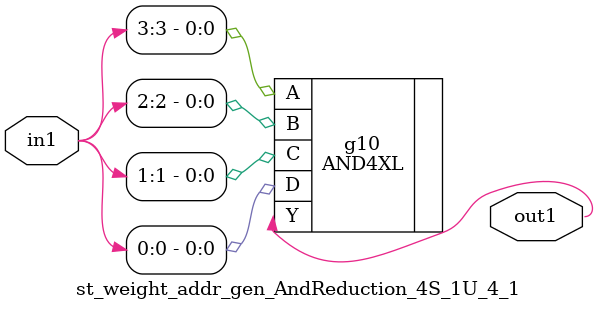
<source format=v>
`timescale 1ps / 1ps


module st_weight_addr_gen_AndReduction_4S_1U_4_1(in1, out1);
  input [3:0] in1;
  output out1;
  wire [3:0] in1;
  wire out1;
  AND4XL g10(.A (in1[3]), .B (in1[2]), .C (in1[1]), .D (in1[0]), .Y
       (out1));
endmodule



</source>
